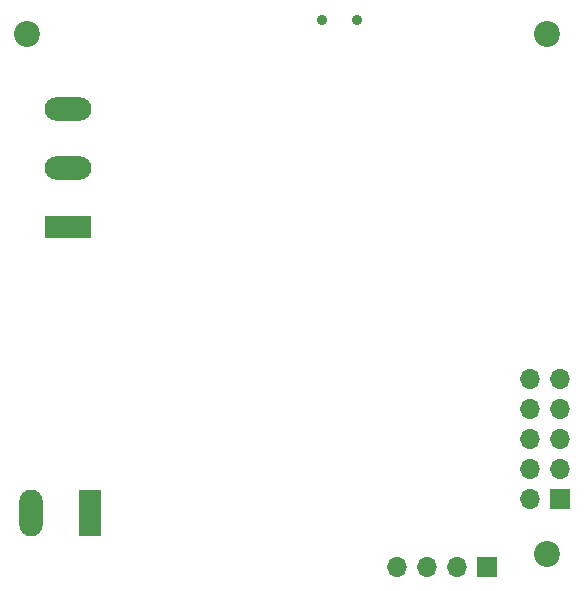
<source format=gbr>
%TF.GenerationSoftware,KiCad,Pcbnew,(6.0.9)*%
%TF.CreationDate,2023-03-20T14:35:20+01:00*%
%TF.ProjectId,BLDC_driver_small,424c4443-5f64-4726-9976-65725f736d61,rev?*%
%TF.SameCoordinates,Original*%
%TF.FileFunction,Soldermask,Bot*%
%TF.FilePolarity,Negative*%
%FSLAX46Y46*%
G04 Gerber Fmt 4.6, Leading zero omitted, Abs format (unit mm)*
G04 Created by KiCad (PCBNEW (6.0.9)) date 2023-03-20 14:35:20*
%MOMM*%
%LPD*%
G01*
G04 APERTURE LIST*
%ADD10C,2.200000*%
%ADD11O,1.700000X1.700000*%
%ADD12R,1.700000X1.700000*%
%ADD13O,1.980000X3.960000*%
%ADD14R,1.980000X3.960000*%
%ADD15O,3.960000X1.980000*%
%ADD16R,3.960000X1.980000*%
%ADD17C,0.900000*%
G04 APERTURE END LIST*
D10*
%TO.C,H1*%
X146000000Y-72400000D03*
%TD*%
%TO.C,H2*%
X102000000Y-72400000D03*
%TD*%
D11*
%TO.C,J3*%
X144635000Y-101565000D03*
X147175000Y-101565000D03*
X144635000Y-104105000D03*
X147175000Y-104105000D03*
X144635000Y-106645000D03*
X147175000Y-106645000D03*
X144635000Y-109185000D03*
X147175000Y-109185000D03*
X144635000Y-111725000D03*
D12*
X147175000Y-111725000D03*
%TD*%
D11*
%TO.C,J4*%
X133370000Y-117500000D03*
X135910000Y-117500000D03*
X138450000Y-117500000D03*
D12*
X140990000Y-117500000D03*
%TD*%
D13*
%TO.C,J1*%
X102365000Y-112900000D03*
D14*
X107365000Y-112900000D03*
%TD*%
D10*
%TO.C,H3*%
X146000000Y-116400000D03*
%TD*%
D15*
%TO.C,J2*%
X105510000Y-78695000D03*
X105510000Y-83695000D03*
D16*
X105510000Y-88695000D03*
%TD*%
D17*
%TO.C,SW2*%
X126950000Y-71170000D03*
X129950000Y-71170000D03*
%TD*%
M02*

</source>
